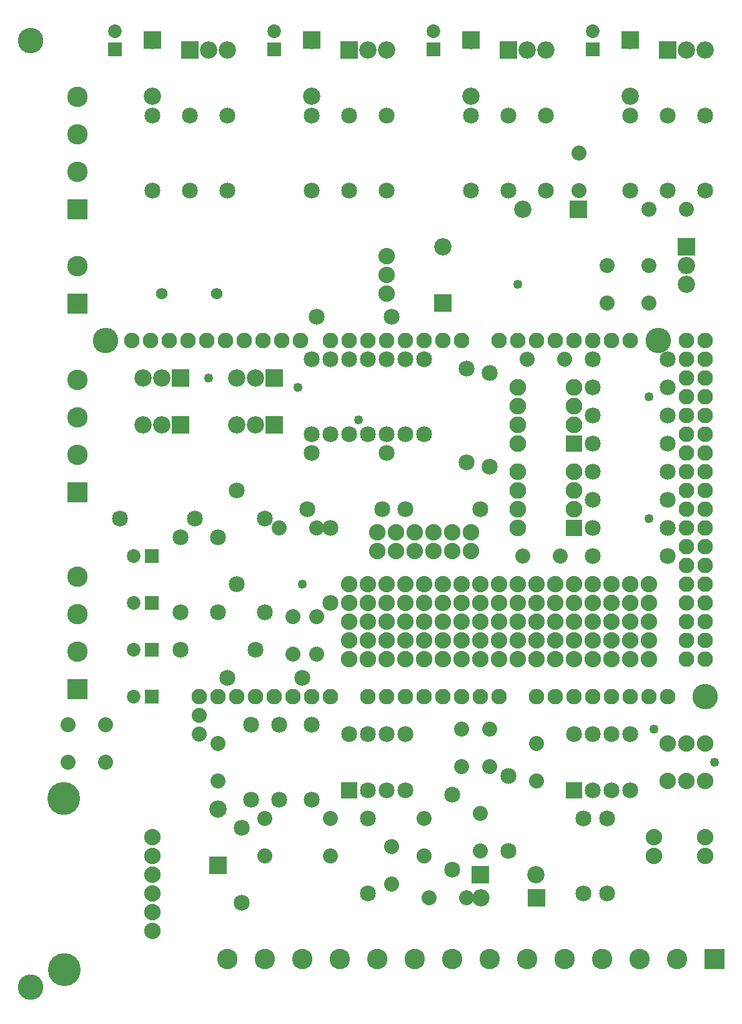
<source format=gts>
G04 MADE WITH FRITZING*
G04 WWW.FRITZING.ORG*
G04 DOUBLE SIDED*
G04 HOLES PLATED*
G04 CONTOUR ON CENTER OF CONTOUR VECTOR*
%ASAXBY*%
%FSLAX23Y23*%
%MOIN*%
%OFA0B0*%
%SFA1.0B1.0*%
%ADD10C,0.080000*%
%ADD11C,0.085000*%
%ADD12C,0.049370*%
%ADD13C,0.092000*%
%ADD14C,0.088000*%
%ADD15C,0.135984*%
%ADD16C,0.082917*%
%ADD17C,0.175354*%
%ADD18C,0.061496*%
%ADD19C,0.089370*%
%ADD20C,0.072992*%
%ADD21C,0.109055*%
%ADD22R,0.092000X0.092000*%
%ADD23R,0.085000X0.085000*%
%ADD24R,0.089370X0.089370*%
%ADD25R,0.072992X0.072992*%
%ADD26R,0.109055X0.109055*%
%LNMASK1*%
G90*
G70*
G54D10*
X2118Y941D03*
X2118Y741D03*
X2518Y666D03*
X2318Y666D03*
G54D11*
X1718Y3766D03*
X2118Y3766D03*
G54D12*
X1943Y3216D03*
X1143Y3441D03*
X1618Y3391D03*
X1643Y2341D03*
G54D13*
X2893Y666D03*
X2595Y666D03*
X2593Y791D03*
X2891Y791D03*
G54D11*
X1893Y1241D03*
X1893Y1541D03*
X1993Y1241D03*
X1993Y1541D03*
X2093Y1241D03*
X2093Y1541D03*
X2193Y1241D03*
X2193Y1541D03*
G54D14*
X2693Y2341D03*
X3093Y2341D03*
X2193Y2341D03*
X3393Y2341D03*
X2793Y2341D03*
X3193Y2341D03*
X2993Y2341D03*
X2493Y2341D03*
X1993Y2341D03*
X2293Y2341D03*
X3493Y2341D03*
X2593Y2341D03*
X3293Y2341D03*
X2393Y2341D03*
X2893Y2341D03*
X2093Y2341D03*
X2693Y2241D03*
X3093Y2241D03*
X2193Y2241D03*
X3393Y2241D03*
X2793Y2241D03*
X3193Y2241D03*
X2993Y2241D03*
X2493Y2241D03*
X1993Y2241D03*
X2293Y2241D03*
X3493Y2241D03*
X2593Y2241D03*
X3293Y2241D03*
X2393Y2241D03*
X2893Y2241D03*
X2093Y2241D03*
X2693Y2141D03*
X3093Y2141D03*
X2193Y2141D03*
X3393Y2141D03*
X2793Y2141D03*
X3193Y2141D03*
X2993Y2141D03*
X2493Y2141D03*
X1993Y2141D03*
X2293Y2141D03*
X3493Y2141D03*
X2593Y2141D03*
X3293Y2141D03*
X2393Y2141D03*
X2893Y2141D03*
X2093Y2141D03*
X1993Y2041D03*
X3193Y2041D03*
X2493Y2041D03*
X2793Y2041D03*
X3393Y2041D03*
X3293Y2041D03*
X2393Y2041D03*
X2193Y2041D03*
X2993Y2041D03*
X2693Y2041D03*
X2293Y2041D03*
X2093Y2041D03*
X3093Y2041D03*
X2893Y2041D03*
X2593Y2041D03*
X3493Y2041D03*
X1993Y1941D03*
X2093Y1941D03*
X2193Y1941D03*
X2293Y1941D03*
X2393Y1941D03*
X2493Y1941D03*
X2593Y1941D03*
X2693Y1941D03*
X2793Y1941D03*
X2893Y1941D03*
X2993Y1941D03*
X3093Y1941D03*
X3193Y1941D03*
X3293Y1941D03*
X3393Y1941D03*
X3493Y1941D03*
X1893Y1941D03*
X1893Y2041D03*
X1893Y2141D03*
X1893Y2241D03*
X1893Y2341D03*
X2543Y2616D03*
X2443Y2616D03*
X2343Y2616D03*
X2243Y2616D03*
X2143Y2616D03*
X2043Y2616D03*
X2543Y2616D03*
X2443Y2616D03*
X2343Y2616D03*
X2243Y2616D03*
X2143Y2616D03*
X2043Y2616D03*
X2043Y2516D03*
X2143Y2516D03*
X2243Y2516D03*
X2343Y2516D03*
X2443Y2516D03*
X2543Y2516D03*
G54D12*
X3493Y3341D03*
X3843Y1391D03*
X3518Y1566D03*
X3493Y2691D03*
X2793Y3941D03*
G54D15*
X3792Y1741D03*
X3542Y3641D03*
X592Y3641D03*
G54D13*
X992Y3441D03*
X892Y3441D03*
X792Y3441D03*
X1492Y3441D03*
X1392Y3441D03*
X1292Y3441D03*
X1492Y3191D03*
X1392Y3191D03*
X1292Y3191D03*
X992Y3191D03*
X892Y3191D03*
X792Y3191D03*
G54D10*
X1092Y1641D03*
X1092Y1541D03*
G54D11*
X1318Y641D03*
X1318Y1041D03*
G54D16*
X2992Y1741D03*
X1392Y1741D03*
X3092Y1741D03*
X3192Y1741D03*
X3292Y1741D03*
X3392Y1741D03*
X3692Y3141D03*
X3492Y1741D03*
X3592Y1741D03*
X1432Y3641D03*
X1992Y1741D03*
X2092Y1741D03*
X2192Y1741D03*
X2292Y1741D03*
X3692Y2341D03*
X2392Y1741D03*
X2492Y1741D03*
X2592Y1741D03*
X2692Y1741D03*
X2192Y3641D03*
X3692Y3541D03*
X3692Y2741D03*
X3692Y1941D03*
X1032Y3641D03*
X1792Y1741D03*
X1792Y3641D03*
X3692Y3341D03*
X3692Y2941D03*
X3692Y2541D03*
X3392Y3641D03*
X3692Y2141D03*
X3292Y3641D03*
X3192Y3641D03*
X3092Y3641D03*
X2992Y3641D03*
X2892Y3641D03*
X2792Y3641D03*
X2692Y3641D03*
X832Y3641D03*
X1232Y3641D03*
X1632Y3641D03*
X1192Y1741D03*
X1592Y1741D03*
X2392Y3641D03*
X1992Y3641D03*
X3692Y3641D03*
X3692Y3441D03*
X3692Y3241D03*
X3692Y3041D03*
X3692Y2841D03*
X3692Y2641D03*
X3692Y2441D03*
X3692Y2241D03*
X3692Y2041D03*
X732Y3641D03*
X932Y3641D03*
X1132Y3641D03*
X1332Y3641D03*
X1532Y3641D03*
X1092Y1741D03*
X1292Y1741D03*
X1492Y1741D03*
X1692Y1741D03*
X2492Y3641D03*
X2292Y3641D03*
X2092Y3641D03*
X1892Y3641D03*
X3792Y3641D03*
X3792Y3541D03*
X3792Y3441D03*
X3792Y3341D03*
X3792Y3241D03*
X3792Y3141D03*
X3792Y3041D03*
X3792Y2941D03*
X3792Y2841D03*
X3792Y2741D03*
X3792Y2641D03*
X3792Y2541D03*
X3792Y2441D03*
X3792Y2341D03*
X3792Y2241D03*
X3792Y2141D03*
X3792Y2041D03*
X3792Y1941D03*
X2892Y1741D03*
G54D13*
X2393Y3841D03*
X2393Y4139D03*
G54D11*
X1243Y1841D03*
X1643Y1841D03*
G54D17*
X372Y284D03*
X370Y1195D03*
G54D15*
X192Y191D03*
X192Y5241D03*
G54D14*
X842Y991D03*
X842Y891D03*
X842Y791D03*
X842Y691D03*
X842Y591D03*
X842Y491D03*
G54D11*
X3092Y1241D03*
X3092Y1541D03*
X3192Y1241D03*
X3192Y1541D03*
X3292Y1241D03*
X3292Y1541D03*
X3392Y1241D03*
X3392Y1541D03*
G54D14*
X3592Y1291D03*
X3692Y1291D03*
X3792Y1291D03*
X3792Y1491D03*
X3692Y1491D03*
X3592Y1491D03*
X2093Y3891D03*
X2093Y3991D03*
X2093Y4091D03*
G54D11*
X3143Y1091D03*
X3143Y691D03*
X3268Y1091D03*
X3268Y691D03*
G54D14*
X3518Y991D03*
X3518Y891D03*
X3793Y991D03*
X3793Y891D03*
G54D11*
X3592Y2491D03*
X3192Y2491D03*
X2292Y3541D03*
X2292Y3141D03*
X1792Y3541D03*
X1792Y3141D03*
X3592Y3091D03*
X3192Y3091D03*
X3592Y2941D03*
X3192Y2941D03*
X2092Y3541D03*
X2092Y3141D03*
X2092Y3041D03*
X1692Y3041D03*
X3592Y3541D03*
X3192Y3541D03*
G54D13*
X3692Y4141D03*
X3692Y4041D03*
X3692Y3941D03*
G54D10*
X3693Y4341D03*
X3493Y4341D03*
X3492Y4041D03*
X3492Y3841D03*
X3118Y4641D03*
X3118Y4441D03*
X3268Y4041D03*
X3268Y3841D03*
G54D13*
X3116Y4341D03*
X2818Y4341D03*
G54D18*
X892Y3891D03*
X1187Y3891D03*
X892Y3891D03*
X1187Y3891D03*
G54D19*
X3093Y2641D03*
X2793Y2641D03*
X3093Y2741D03*
X2793Y2741D03*
X3093Y2841D03*
X2793Y2841D03*
X3093Y2941D03*
X2793Y2941D03*
X3092Y3091D03*
X2792Y3091D03*
X3092Y3191D03*
X2792Y3191D03*
X3092Y3291D03*
X2792Y3291D03*
X3092Y3391D03*
X2792Y3391D03*
G54D11*
X3592Y2641D03*
X3192Y2641D03*
X2192Y3541D03*
X2192Y3141D03*
X1892Y3541D03*
X1892Y3141D03*
X3592Y3241D03*
X3192Y3241D03*
X3592Y2791D03*
X3192Y2791D03*
X1993Y3541D03*
X1993Y3141D03*
X1692Y3541D03*
X1692Y3141D03*
X3592Y3391D03*
X3192Y3391D03*
G54D10*
X3018Y2491D03*
X2818Y2491D03*
X3042Y3541D03*
X2842Y3541D03*
G54D11*
X1443Y2191D03*
X1443Y2691D03*
X2518Y2991D03*
X2518Y3491D03*
X1293Y2841D03*
X1293Y2341D03*
X2643Y3466D03*
X2643Y2966D03*
X1193Y2191D03*
X1193Y2591D03*
X668Y2691D03*
X1068Y2691D03*
X993Y1991D03*
X1393Y1991D03*
X993Y2191D03*
X993Y2591D03*
G54D20*
X841Y1991D03*
X742Y1991D03*
X841Y2491D03*
X742Y2491D03*
X841Y1741D03*
X742Y1741D03*
X841Y2241D03*
X742Y2241D03*
G54D11*
X2068Y2741D03*
X1668Y2741D03*
X1693Y1591D03*
X1693Y1191D03*
X1518Y1591D03*
X1518Y1191D03*
G54D10*
X2493Y1366D03*
X2493Y1566D03*
X1792Y1091D03*
X1792Y891D03*
X1192Y1291D03*
X1192Y1491D03*
X1442Y1091D03*
X1442Y891D03*
G54D11*
X1992Y691D03*
X1992Y1091D03*
X1368Y1191D03*
X1368Y1591D03*
G54D13*
X1193Y841D03*
X1193Y1139D03*
G54D21*
X443Y2830D03*
X443Y3030D03*
X443Y3230D03*
X443Y3430D03*
X3843Y341D03*
X3643Y341D03*
X3443Y341D03*
X3243Y341D03*
X3043Y341D03*
X2843Y341D03*
X2643Y341D03*
X2443Y341D03*
X2243Y341D03*
X2043Y341D03*
X1843Y341D03*
X1643Y341D03*
X1443Y341D03*
X1243Y341D03*
G54D10*
X2892Y1291D03*
X2892Y1491D03*
X1593Y1966D03*
X1593Y2166D03*
X2643Y1366D03*
X2643Y1566D03*
X392Y1591D03*
X392Y1391D03*
X593Y1591D03*
X593Y1391D03*
X2593Y1116D03*
X2593Y916D03*
X2292Y1091D03*
X2292Y891D03*
G54D11*
X2743Y916D03*
X2743Y1316D03*
X2443Y816D03*
X2443Y1216D03*
X2593Y2741D03*
X2193Y2741D03*
G54D10*
X1518Y2641D03*
X1718Y2641D03*
X1718Y1966D03*
X1718Y2166D03*
G54D11*
X1793Y2641D03*
X1793Y2241D03*
X842Y4441D03*
X842Y4841D03*
X2542Y4441D03*
X2542Y4841D03*
X1692Y4441D03*
X1692Y4841D03*
X3392Y4441D03*
X3392Y4841D03*
G54D20*
X642Y5193D03*
X642Y5291D03*
X2342Y5193D03*
X2342Y5291D03*
X1492Y5193D03*
X1492Y5291D03*
X3192Y5193D03*
X3192Y5291D03*
G54D13*
X842Y5241D03*
X842Y4943D03*
X2542Y5241D03*
X2542Y4943D03*
X1692Y5241D03*
X1692Y4943D03*
X3392Y5241D03*
X3392Y4943D03*
X1042Y5191D03*
X1142Y5191D03*
X1242Y5191D03*
X2742Y5191D03*
X2842Y5191D03*
X2942Y5191D03*
X1892Y5191D03*
X1992Y5191D03*
X2092Y5191D03*
X3592Y5191D03*
X3692Y5191D03*
X3792Y5191D03*
G54D11*
X1042Y4441D03*
X1042Y4841D03*
X2742Y4441D03*
X2742Y4841D03*
X1892Y4441D03*
X1892Y4841D03*
X3592Y4441D03*
X3592Y4841D03*
X1242Y4441D03*
X1242Y4841D03*
X2942Y4441D03*
X2942Y4841D03*
X2092Y4441D03*
X2092Y4841D03*
X3792Y4441D03*
X3792Y4841D03*
G54D21*
X442Y3837D03*
X442Y4037D03*
X442Y1780D03*
X442Y1980D03*
X442Y2180D03*
X442Y2380D03*
X442Y4340D03*
X442Y4540D03*
X442Y4740D03*
X442Y4940D03*
G54D22*
X2894Y666D03*
X2592Y791D03*
G54D23*
X1893Y1241D03*
G54D22*
X992Y3441D03*
X1492Y3441D03*
X1492Y3191D03*
X992Y3191D03*
X2393Y3840D03*
G54D23*
X3092Y1241D03*
G54D22*
X3692Y4141D03*
X3117Y4341D03*
G54D24*
X3093Y2641D03*
X3092Y3091D03*
G54D25*
X841Y1991D03*
X841Y2491D03*
X841Y1741D03*
X841Y2241D03*
G54D22*
X1193Y840D03*
G54D26*
X443Y2830D03*
X3843Y341D03*
G54D25*
X642Y5193D03*
X2342Y5193D03*
X1492Y5193D03*
X3192Y5193D03*
G54D22*
X842Y5242D03*
X2542Y5242D03*
X1692Y5242D03*
X3392Y5242D03*
X1042Y5191D03*
X2742Y5191D03*
X1892Y5191D03*
X3592Y5191D03*
G54D26*
X442Y3837D03*
X442Y1780D03*
X442Y4340D03*
G04 End of Mask1*
M02*
</source>
